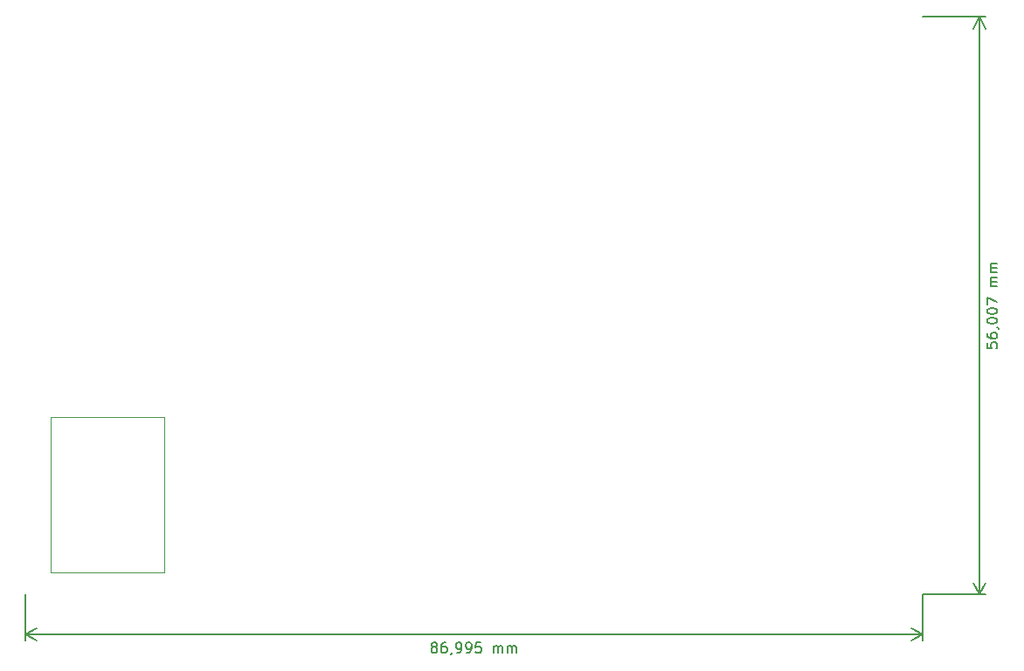
<source format=gbr>
G04 #@! TF.GenerationSoftware,KiCad,Pcbnew,5.1.6-c6e7f7d~87~ubuntu18.04.1*
G04 #@! TF.CreationDate,2021-04-28T11:05:25+02:00*
G04 #@! TF.ProjectId,MSS,4d53532e-6b69-4636-9164-5f7063625858,2.0*
G04 #@! TF.SameCoordinates,Original*
G04 #@! TF.FileFunction,OtherDrawing,Comment*
%FSLAX46Y46*%
G04 Gerber Fmt 4.6, Leading zero omitted, Abs format (unit mm)*
G04 Created by KiCad (PCBNEW 5.1.6-c6e7f7d~87~ubuntu18.04.1) date 2021-04-28 11:05:25*
%MOMM*%
%LPD*%
G01*
G04 APERTURE LIST*
%ADD10C,0.150000*%
%ADD11C,0.120000*%
G04 APERTURE END LIST*
D10*
X171110380Y-91622547D02*
X171110380Y-92098738D01*
X171586571Y-92146357D01*
X171538952Y-92098738D01*
X171491333Y-92003500D01*
X171491333Y-91765404D01*
X171538952Y-91670166D01*
X171586571Y-91622547D01*
X171681809Y-91574928D01*
X171919904Y-91574928D01*
X172015142Y-91622547D01*
X172062761Y-91670166D01*
X172110380Y-91765404D01*
X172110380Y-92003500D01*
X172062761Y-92098738D01*
X172015142Y-92146357D01*
X171110380Y-90717785D02*
X171110380Y-90908261D01*
X171158000Y-91003500D01*
X171205619Y-91051119D01*
X171348476Y-91146357D01*
X171538952Y-91193976D01*
X171919904Y-91193976D01*
X172015142Y-91146357D01*
X172062761Y-91098738D01*
X172110380Y-91003500D01*
X172110380Y-90813023D01*
X172062761Y-90717785D01*
X172015142Y-90670166D01*
X171919904Y-90622547D01*
X171681809Y-90622547D01*
X171586571Y-90670166D01*
X171538952Y-90717785D01*
X171491333Y-90813023D01*
X171491333Y-91003500D01*
X171538952Y-91098738D01*
X171586571Y-91146357D01*
X171681809Y-91193976D01*
X172062761Y-90146357D02*
X172110380Y-90146357D01*
X172205619Y-90193976D01*
X172253238Y-90241595D01*
X171110380Y-89527309D02*
X171110380Y-89432071D01*
X171158000Y-89336833D01*
X171205619Y-89289214D01*
X171300857Y-89241595D01*
X171491333Y-89193976D01*
X171729428Y-89193976D01*
X171919904Y-89241595D01*
X172015142Y-89289214D01*
X172062761Y-89336833D01*
X172110380Y-89432071D01*
X172110380Y-89527309D01*
X172062761Y-89622547D01*
X172015142Y-89670166D01*
X171919904Y-89717785D01*
X171729428Y-89765404D01*
X171491333Y-89765404D01*
X171300857Y-89717785D01*
X171205619Y-89670166D01*
X171158000Y-89622547D01*
X171110380Y-89527309D01*
X171110380Y-88574928D02*
X171110380Y-88479690D01*
X171158000Y-88384452D01*
X171205619Y-88336833D01*
X171300857Y-88289214D01*
X171491333Y-88241595D01*
X171729428Y-88241595D01*
X171919904Y-88289214D01*
X172015142Y-88336833D01*
X172062761Y-88384452D01*
X172110380Y-88479690D01*
X172110380Y-88574928D01*
X172062761Y-88670166D01*
X172015142Y-88717785D01*
X171919904Y-88765404D01*
X171729428Y-88813023D01*
X171491333Y-88813023D01*
X171300857Y-88765404D01*
X171205619Y-88717785D01*
X171158000Y-88670166D01*
X171110380Y-88574928D01*
X171110380Y-87908261D02*
X171110380Y-87241595D01*
X172110380Y-87670166D01*
X172110380Y-86098738D02*
X171443714Y-86098738D01*
X171538952Y-86098738D02*
X171491333Y-86051119D01*
X171443714Y-85955880D01*
X171443714Y-85813023D01*
X171491333Y-85717785D01*
X171586571Y-85670166D01*
X172110380Y-85670166D01*
X171586571Y-85670166D02*
X171491333Y-85622547D01*
X171443714Y-85527309D01*
X171443714Y-85384452D01*
X171491333Y-85289214D01*
X171586571Y-85241595D01*
X172110380Y-85241595D01*
X172110380Y-84765404D02*
X171443714Y-84765404D01*
X171538952Y-84765404D02*
X171491333Y-84717785D01*
X171443714Y-84622547D01*
X171443714Y-84479690D01*
X171491333Y-84384452D01*
X171586571Y-84336833D01*
X172110380Y-84336833D01*
X171586571Y-84336833D02*
X171491333Y-84289214D01*
X171443714Y-84193976D01*
X171443714Y-84051119D01*
X171491333Y-83955880D01*
X171586571Y-83908261D01*
X172110380Y-83908261D01*
X170358000Y-116007000D02*
X170358000Y-60000000D01*
X164897000Y-116007000D02*
X170944421Y-116007000D01*
X164897000Y-60000000D02*
X170944421Y-60000000D01*
X170358000Y-60000000D02*
X170944421Y-61126504D01*
X170358000Y-60000000D02*
X169771579Y-61126504D01*
X170358000Y-116007000D02*
X170944421Y-114880496D01*
X170358000Y-116007000D02*
X169771579Y-114880496D01*
X117447119Y-121124951D02*
X117351880Y-121077332D01*
X117304261Y-121029713D01*
X117256642Y-120934475D01*
X117256642Y-120886856D01*
X117304261Y-120791618D01*
X117351880Y-120743999D01*
X117447119Y-120696379D01*
X117637595Y-120696379D01*
X117732833Y-120743999D01*
X117780452Y-120791618D01*
X117828071Y-120886856D01*
X117828071Y-120934475D01*
X117780452Y-121029713D01*
X117732833Y-121077332D01*
X117637595Y-121124951D01*
X117447119Y-121124951D01*
X117351880Y-121172570D01*
X117304261Y-121220189D01*
X117256642Y-121315427D01*
X117256642Y-121505903D01*
X117304261Y-121601141D01*
X117351880Y-121648760D01*
X117447119Y-121696379D01*
X117637595Y-121696379D01*
X117732833Y-121648760D01*
X117780452Y-121601141D01*
X117828071Y-121505903D01*
X117828071Y-121315427D01*
X117780452Y-121220189D01*
X117732833Y-121172570D01*
X117637595Y-121124951D01*
X118685214Y-120696379D02*
X118494738Y-120696379D01*
X118399500Y-120743999D01*
X118351880Y-120791618D01*
X118256642Y-120934475D01*
X118209023Y-121124951D01*
X118209023Y-121505903D01*
X118256642Y-121601141D01*
X118304261Y-121648760D01*
X118399500Y-121696379D01*
X118589976Y-121696379D01*
X118685214Y-121648760D01*
X118732833Y-121601141D01*
X118780452Y-121505903D01*
X118780452Y-121267808D01*
X118732833Y-121172570D01*
X118685214Y-121124951D01*
X118589976Y-121077332D01*
X118399500Y-121077332D01*
X118304261Y-121124951D01*
X118256642Y-121172570D01*
X118209023Y-121267808D01*
X119256642Y-121648760D02*
X119256642Y-121696379D01*
X119209023Y-121791618D01*
X119161404Y-121839237D01*
X119732833Y-121696379D02*
X119923309Y-121696379D01*
X120018547Y-121648760D01*
X120066166Y-121601141D01*
X120161404Y-121458284D01*
X120209023Y-121267808D01*
X120209023Y-120886856D01*
X120161404Y-120791618D01*
X120113785Y-120743999D01*
X120018547Y-120696379D01*
X119828071Y-120696379D01*
X119732833Y-120743999D01*
X119685214Y-120791618D01*
X119637595Y-120886856D01*
X119637595Y-121124951D01*
X119685214Y-121220189D01*
X119732833Y-121267808D01*
X119828071Y-121315427D01*
X120018547Y-121315427D01*
X120113785Y-121267808D01*
X120161404Y-121220189D01*
X120209023Y-121124951D01*
X120685214Y-121696379D02*
X120875690Y-121696379D01*
X120970928Y-121648760D01*
X121018547Y-121601141D01*
X121113785Y-121458284D01*
X121161404Y-121267808D01*
X121161404Y-120886856D01*
X121113785Y-120791618D01*
X121066166Y-120743999D01*
X120970928Y-120696379D01*
X120780452Y-120696379D01*
X120685214Y-120743999D01*
X120637595Y-120791618D01*
X120589976Y-120886856D01*
X120589976Y-121124951D01*
X120637595Y-121220189D01*
X120685214Y-121267808D01*
X120780452Y-121315427D01*
X120970928Y-121315427D01*
X121066166Y-121267808D01*
X121113785Y-121220189D01*
X121161404Y-121124951D01*
X122066166Y-120696379D02*
X121589976Y-120696379D01*
X121542357Y-121172570D01*
X121589976Y-121124951D01*
X121685214Y-121077332D01*
X121923309Y-121077332D01*
X122018547Y-121124951D01*
X122066166Y-121172570D01*
X122113785Y-121267808D01*
X122113785Y-121505903D01*
X122066166Y-121601141D01*
X122018547Y-121648760D01*
X121923309Y-121696379D01*
X121685214Y-121696379D01*
X121589976Y-121648760D01*
X121542357Y-121601141D01*
X123304261Y-121696379D02*
X123304261Y-121029713D01*
X123304261Y-121124951D02*
X123351880Y-121077332D01*
X123447119Y-121029713D01*
X123589976Y-121029713D01*
X123685214Y-121077332D01*
X123732833Y-121172570D01*
X123732833Y-121696379D01*
X123732833Y-121172570D02*
X123780452Y-121077332D01*
X123875690Y-121029713D01*
X124018547Y-121029713D01*
X124113785Y-121077332D01*
X124161404Y-121172570D01*
X124161404Y-121696379D01*
X124637595Y-121696379D02*
X124637595Y-121029713D01*
X124637595Y-121124951D02*
X124685214Y-121077332D01*
X124780452Y-121029713D01*
X124923309Y-121029713D01*
X125018547Y-121077332D01*
X125066166Y-121172570D01*
X125066166Y-121696379D01*
X125066166Y-121172570D02*
X125113785Y-121077332D01*
X125209023Y-121029713D01*
X125351880Y-121029713D01*
X125447119Y-121077332D01*
X125494738Y-121172570D01*
X125494738Y-121696379D01*
X77902000Y-119943999D02*
X164897000Y-119943999D01*
X77902000Y-116007000D02*
X77902000Y-120530420D01*
X164897000Y-116007000D02*
X164897000Y-120530420D01*
X164897000Y-119943999D02*
X163770496Y-120530420D01*
X164897000Y-119943999D02*
X163770496Y-119357578D01*
X77902000Y-119943999D02*
X79028504Y-120530420D01*
X77902000Y-119943999D02*
X79028504Y-119357578D01*
D11*
X80348000Y-113855000D02*
X91348000Y-113855000D01*
X80348000Y-98855000D02*
X80348000Y-113855000D01*
X91348000Y-98855000D02*
X80348000Y-98855000D01*
X91348000Y-113855000D02*
X91348000Y-98855000D01*
M02*

</source>
